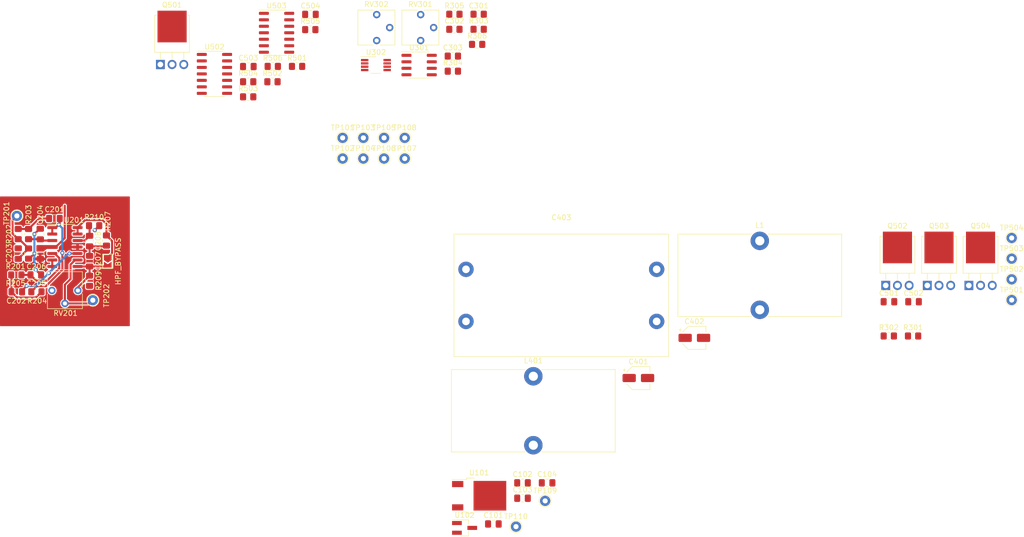
<source format=kicad_pcb>
(kicad_pcb (version 20171130) (host pcbnew 5.1.10)
  (layers (0 F.Cu signal) (31 B.Cu signal) (34 B.Paste user) (35 F.Paste user) (36 B.SilkS user) (37 F.SilkS user) (38 B.Mask user) (39 F.Mask user) (44 Edge.Cuts user))
  (net 0 "")
  (net 1 "Net-(C201-Pad2)")
  (net 2 /Input_Stage/A_OUT)
  (net 3 "Net-(C202-Pad2)")
  (net 4 /Input_Stage/B_OUT)
  (net 5 /Input_Stage/SIG_IN)
  (net 6 "Net-(C203-Pad1)")
  (net 7 "Net-(C204-Pad2)")
  (net 8 +2V5)
  (net 9 "Net-(C205-Pad2)")
  (net 10 GNDS)
  (net 11 +5V)
  (net 12 /Input_Stage/C_OUT)
  (net 13 "Net-(C207-Pad1)")
  (net 14 "Net-(C208-Pad1)")
  (net 15 GND)
  (net 16 VDD)
  (net 17 +12V)
  (net 18 /Power_Stage/P_OUT)
  (net 19 /Power_Stage/~P_OUT)
  (net 20 /S-PWM_Gen/sig_triangle)
  (net 21 /Input_Stage/FILT_OUT)
  (net 22 "Net-(R303-Pad2)")
  (net 23 "Net-(R304-Pad2)")
  (net 24 "Net-(R501-Pad2)")
  (net 25 "Net-(R504-Pad2)")
  (net 26 /Power_Stage/S-PWM)
  (net 27 /Power_Stage/~S-PWM)
  (net 28 "Net-(RV201-Pad1)")
  (net 29 "Net-(RV201-Pad2)")
  (net 30 "Net-(RV301-Pad3)")
  (net 31 "Net-(RV302-Pad3)")
  (net 32 /Output_Filter/SPEAKER_OUT)
  (net 33 /Output_Filter/~SPEAKER_OUT)
  (net 34 "Net-(C302-Pad2)")
  (net 35 "Net-(C503-Pad1)")
  (net 36 "Net-(C504-Pad1)")
  (net 37 "Net-(Q501-Pad1)")
  (net 38 "Net-(Q502-Pad1)")
  (net 39 "Net-(Q503-Pad1)")
  (net 40 "Net-(Q504-Pad1)")
  (net 41 /S-PWM_Gen/V_ref)
  (net 42 "Net-(R303-Pad1)")
  (net 43 "Net-(R502-Pad2)")
  (net 44 "Net-(R503-Pad2)")
  (net 45 "Net-(R505-Pad2)")
  (net 46 "Net-(R506-Pad2)")
  (net 47 "Net-(U502-Pad14)")
  (net 48 "Net-(U502-Pad10)")
  (net 49 "Net-(U502-Pad9)")
  (net 50 "Net-(U502-Pad8)")
  (net 51 "Net-(U503-Pad14)")
  (net 52 "Net-(U503-Pad10)")
  (net 53 "Net-(U503-Pad9)")
  (net 54 "Net-(U503-Pad8)")
  (module Potentiometer_THT:Potentiometer_Vishay_T73YP_Vertical (layer F.Cu) (at 86.36 132.715 270)
    (fp_text reference RV201 (at 4.445 -2.667 180) (layer F.SilkS))
    (fp_text value 20k)
    (pad 1 thru_hole circle (at 0 0 270) (size 1.44 1.44) (drill 0.8) (layers *.Cu *.Mask) (net 28 "Net-(RV201-Pad1)"))
    (pad 2 thru_hole circle (at 2.54 -2.54 270) (size 1.44 1.44) (drill 0.8) (layers *.Cu *.Mask) (net 29 "Net-(RV201-Pad2)"))
    (pad 3 thru_hole circle (at 0 -5.08 270) (size 1.44 1.44) (drill 0.8) (layers *.Cu *.Mask) (net 12 /Input_Stage/C_OUT))
  )
  (module Package_SO:VSSOP-8_3.0x3.0mm_P0.65mm (layer F.Cu) (at 149.744 88.572)
    (fp_text reference U302 (at 0 -2.5) (layer F.SilkS))
    (fp_text value LMV393)
    (pad 8 smd rect (at 2.2 -0.975 270) (size 0.45 1.45) (layers F.Cu F.Paste F.Mask) (net 11 +5V))
    (pad 7 smd rect (at 2.2 -0.325 270) (size 0.45 1.45) (layers F.Cu F.Paste F.Mask) (net 27 /Power_Stage/~S-PWM))
    (pad 6 smd rect (at 2.2 0.325 270) (size 0.45 1.45) (layers F.Cu F.Paste F.Mask) (net 20 /S-PWM_Gen/sig_triangle))
    (pad 5 smd rect (at 2.2 0.975 270) (size 0.45 1.45) (layers F.Cu F.Paste F.Mask) (net 21 /Input_Stage/FILT_OUT))
    (pad 4 smd rect (at -2.2 0.975 270) (size 0.45 1.45) (layers F.Cu F.Paste F.Mask) (net 10 GNDS))
    (pad 3 smd rect (at -2.2 0.325 270) (size 0.45 1.45) (layers F.Cu F.Paste F.Mask) (net 20 /S-PWM_Gen/sig_triangle))
    (pad 2 smd rect (at -2.2 -0.325 270) (size 0.45 1.45) (layers F.Cu F.Paste F.Mask) (net 21 /Input_Stage/FILT_OUT))
    (pad 1 smd rect (at -2.2 -0.975 270) (size 0.45 1.45) (layers F.Cu F.Paste F.Mask) (net 26 /Power_Stage/S-PWM))
  )
  (module Package_TO_SOT_SMD:SOT-23_Handsoldering (layer F.Cu) (at 167.09 179.205)
    (fp_text reference U102 (at 0 -2.5) (layer F.SilkS))
    (fp_text value MCP1799T-5002H_TT)
    (pad 3 smd rect (at 1.5 0) (size 1.9 0.8) (layers F.Cu F.Paste F.Mask) (net 17 +12V))
    (pad 2 smd rect (at -1.5 0.95) (size 1.9 0.8) (layers F.Cu F.Paste F.Mask) (net 11 +5V))
    (pad 1 smd rect (at -1.5 -0.95) (size 1.9 0.8) (layers F.Cu F.Paste F.Mask) (net 15 GND))
  )
  (module Package_TO_SOT_SMD:TO-252-2 (layer F.Cu) (at 169.94 172.905)
    (fp_text reference U101 (at 0 -4.5) (layer F.SilkS))
    (fp_text value NCP1117-12_TO252)
    (pad 2 smd rect (at 2.1 0) (size 6.4 5.8) (layers F.Cu F.Mask) (net 17 +12V))
    (pad 3 smd rect (at -4.2 2.28) (size 2.2 1.2) (layers F.Cu F.Paste F.Mask) (net 16 VDD))
    (pad 1 smd rect (at -4.2 -2.28) (size 2.2 1.2) (layers F.Cu F.Paste F.Mask) (net 15 GND))
  )
  (module TestPoint:TestPoint_THTPad_D2.0mm_Drill1.0mm (layer F.Cu) (at 274.12 122.435)
    (fp_text reference TP504 (at 0 -1.998) (layer F.SilkS))
    (fp_text value ~LO)
    (pad 1 thru_hole circle (at 0 0) (size 2 2) (drill 1) (layers *.Cu *.Mask) (net 45 "Net-(R505-Pad2)"))
  )
  (module TestPoint:TestPoint_THTPad_D2.0mm_Drill1.0mm (layer F.Cu) (at 274.12 126.485)
    (fp_text reference TP503 (at 0 -1.998) (layer F.SilkS))
    (fp_text value ~HO)
    (pad 1 thru_hole circle (at 0 0) (size 2 2) (drill 1) (layers *.Cu *.Mask) (net 25 "Net-(R504-Pad2)"))
  )
  (module TestPoint:TestPoint_THTPad_D2.0mm_Drill1.0mm (layer F.Cu) (at 274.12 130.535)
    (fp_text reference TP502 (at 0 -1.998) (layer F.SilkS))
    (fp_text value LO)
    (pad 1 thru_hole circle (at 0 0) (size 2 2) (drill 1) (layers *.Cu *.Mask) (net 44 "Net-(R503-Pad2)"))
  )
  (module TestPoint:TestPoint_THTPad_D2.0mm_Drill1.0mm (layer F.Cu) (at 274.12 134.585)
    (fp_text reference TP501 (at 0 -1.998) (layer F.SilkS))
    (fp_text value HO)
    (pad 1 thru_hole circle (at 0 0) (size 2 2) (drill 1) (layers *.Cu *.Mask) (net 43 "Net-(R502-Pad2)"))
  )
  (module TestPoint:TestPoint_THTPad_D2.0mm_Drill1.0mm (layer F.Cu) (at 177.15 178.955)
    (fp_text reference TP110 (at 0 -1.998) (layer F.SilkS))
    (fp_text value "Signal GND")
    (pad 1 thru_hole circle (at 0 0) (size 2 2) (drill 1) (layers *.Cu *.Mask) (net 10 GNDS))
  )
  (module TestPoint:TestPoint_THTPad_D2.0mm_Drill1.0mm (layer F.Cu) (at 182.85 173.915)
    (fp_text reference TP109 (at 0 -1.998) (layer F.SilkS))
    (fp_text value "Power GND")
    (pad 1 thru_hole circle (at 0 0) (size 2 2) (drill 1) (layers *.Cu *.Mask) (net 15 GND))
  )
  (module Resistor_SMD:R_0805_2012Metric_Pad1.20x1.40mm_HandSolder (layer F.Cu) (at 250.08 141.625)
    (fp_text reference R302 (at 0 -1.65) (layer F.SilkS))
    (fp_text value 10K)
    (pad 2 smd roundrect (at 1 0) (size 1.2 1.4) (layers F.Cu F.Paste F.Mask) (roundrect_rratio 0.208333) (net 41 /S-PWM_Gen/V_ref))
    (pad 1 smd roundrect (at -1 0) (size 1.2 1.4) (layers F.Cu F.Paste F.Mask) (roundrect_rratio 0.208333) (net 10 GNDS))
  )
  (module Resistor_SMD:R_0805_2012Metric_Pad1.20x1.40mm_HandSolder (layer F.Cu) (at 254.83 141.625)
    (fp_text reference R301 (at 0 -1.65) (layer F.SilkS))
    (fp_text value 10K)
    (pad 2 smd roundrect (at 1 0) (size 1.2 1.4) (layers F.Cu F.Paste F.Mask) (roundrect_rratio 0.208333) (net 11 +5V))
    (pad 1 smd roundrect (at -1 0) (size 1.2 1.4) (layers F.Cu F.Paste F.Mask) (roundrect_rratio 0.208333) (net 41 /S-PWM_Gen/V_ref))
  )
  (module Package_TO_SOT_THT:TO-251-3-1EP_Horizontal_TabDown (layer F.Cu) (at 265.74 131.725)
    (fp_text reference Q504 (at 2.29 -11.653333) (layer F.SilkS))
    (fp_text value PHP23NQ11T)
    (pad 3 thru_hole oval (at 4.58 0) (size 1.7175 1.8) (drill 1.1) (layers *.Cu *.Mask) (net 15 GND))
    (pad 2 thru_hole oval (at 2.29 0) (size 1.7175 1.8) (drill 1.1) (layers *.Cu *.Mask) (net 19 /Power_Stage/~P_OUT))
    (pad 1 thru_hole rect (at 0 0) (size 1.7175 1.8) (drill 1.1) (layers *.Cu *.Mask) (net 40 "Net-(Q504-Pad1)"))
    (pad 4 smd rect (at 2.29 -7.433333) (size 5.7 6.2) (layers F.Cu F.Paste F.Mask) (net 19 /Power_Stage/~P_OUT))
  )
  (module Package_TO_SOT_THT:TO-251-3-1EP_Horizontal_TabDown (layer F.Cu) (at 257.61 131.725)
    (fp_text reference Q503 (at 2.29 -11.653333) (layer F.SilkS))
    (fp_text value PHP23NQ11T)
    (pad 3 thru_hole oval (at 4.58 0) (size 1.7175 1.8) (drill 1.1) (layers *.Cu *.Mask) (net 19 /Power_Stage/~P_OUT))
    (pad 2 thru_hole oval (at 2.29 0) (size 1.7175 1.8) (drill 1.1) (layers *.Cu *.Mask) (net 16 VDD))
    (pad 1 thru_hole rect (at 0 0) (size 1.7175 1.8) (drill 1.1) (layers *.Cu *.Mask) (net 39 "Net-(Q503-Pad1)"))
    (pad 4 smd rect (at 2.29 -7.433333) (size 5.7 6.2) (layers F.Cu F.Paste F.Mask) (net 16 VDD))
  )
  (module Package_TO_SOT_THT:TO-251-3-1EP_Horizontal_TabDown (layer F.Cu) (at 249.48 131.725)
    (fp_text reference Q502 (at 2.29 -11.653333) (layer F.SilkS))
    (fp_text value PHP23NQ11T)
    (pad 3 thru_hole oval (at 4.58 0) (size 1.7175 1.8) (drill 1.1) (layers *.Cu *.Mask) (net 15 GND))
    (pad 2 thru_hole oval (at 2.29 0) (size 1.7175 1.8) (drill 1.1) (layers *.Cu *.Mask) (net 18 /Power_Stage/P_OUT))
    (pad 1 thru_hole rect (at 0 0) (size 1.7175 1.8) (drill 1.1) (layers *.Cu *.Mask) (net 38 "Net-(Q502-Pad1)"))
    (pad 4 smd rect (at 2.29 -7.433333) (size 5.7 6.2) (layers F.Cu F.Paste F.Mask) (net 18 /Power_Stage/P_OUT))
  )
  (module Inductor_THT:L_Toroid_Vertical_L31.8mm_W15.9mm_P13.50mm_Bourns_5700 (layer F.Cu) (at 180.54 149.515)
    (fp_text reference L401 (at 0 -3.05) (layer F.SilkS))
    (fp_text value 270u)
    (pad 2 thru_hole circle (at 0 13.5) (size 3.6 3.6) (drill 1.8) (layers *.Cu *.Mask) (net 32 /Output_Filter/SPEAKER_OUT))
    (pad 1 thru_hole circle (at 0 0) (size 3.6 3.6) (drill 1.8) (layers *.Cu *.Mask) (net 18 /Power_Stage/P_OUT))
  )
  (module Inductor_THT:L_Toroid_Vertical_L31.8mm_W15.9mm_P13.50mm_Bourns_5700 (layer F.Cu) (at 224.84 122.995)
    (fp_text reference L1 (at 0 -3.05) (layer F.SilkS))
    (fp_text value 270u)
    (pad 2 thru_hole circle (at 0 13.5) (size 3.6 3.6) (drill 1.8) (layers *.Cu *.Mask) (net 33 /Output_Filter/~SPEAKER_OUT))
    (pad 1 thru_hole circle (at 0 0) (size 3.6 3.6) (drill 1.8) (layers *.Cu *.Mask) (net 19 /Power_Stage/~P_OUT))
  )
  (module Jumper:SolderJumper-2_P1.3mm_Open_TrianglePad1.0x1.5mm (layer F.Cu) (at 97.282 127 270)
    (fp_text reference JP1 hide)
    (fp_text value HPF_BYPASS (at 0 -2.032 90) (layer F.SilkS))
    (pad 1 smd custom (at -0.725 0 270) (size 0.3 0.3) (layers F.Cu F.Mask) (net 21 /Input_Stage/FILT_OUT) (options (clearance outline) (anchor rect)) (primitives (gr_poly (pts (xy -0.5 -0.75) (xy 0.5 -0.75) (xy 1 0) (xy 0.5 0.75) (xy -0.5 0.75)) (width 0))))
    (pad 2 smd custom (at 0.725 0 270) (size 0.3 0.3) (layers F.Cu F.Mask) (net 12 /Input_Stage/C_OUT) (options (clearance outline) (anchor rect)) (primitives (gr_poly (pts (xy -0.65 -0.75) (xy 0.5 -0.75) (xy 0.5 0.75) (xy -0.65 0.75) (xy -0.15 0)) (width 0))))
  )
  (module Capacitor_SMD:C_0805_2012Metric_Pad1.18x1.45mm_HandSolder (layer F.Cu) (at 254.92 134.915)
    (fp_text reference C502 (at 0 -1.68) (layer F.SilkS))
    (fp_text value "10u 16V")
    (pad 2 smd roundrect (at 1.0375 0) (size 1.175 1.45) (layers F.Cu F.Paste F.Mask) (roundrect_rratio 0.212766) (net 15 GND))
    (pad 1 smd roundrect (at -1.0375 0) (size 1.175 1.45) (layers F.Cu F.Paste F.Mask) (roundrect_rratio 0.212766) (net 17 +12V))
  )
  (module Capacitor_SMD:C_0805_2012Metric_Pad1.18x1.45mm_HandSolder (layer F.Cu) (at 250.11 134.915)
    (fp_text reference C501 (at 0 -1.68) (layer F.SilkS))
    (fp_text value "10u 16V")
    (pad 2 smd roundrect (at 1.0375 0) (size 1.175 1.45) (layers F.Cu F.Paste F.Mask) (roundrect_rratio 0.212766) (net 15 GND))
    (pad 1 smd roundrect (at -1.0375 0) (size 1.175 1.45) (layers F.Cu F.Paste F.Mask) (roundrect_rratio 0.212766) (net 17 +12V))
  )
  (module C4AQLLW5160A33K:C4AQLLW5160A33K_film_capacitor (layer F.Cu) (at 186.015 133.67)
    (fp_text reference C403 (at 0 -15.24) (layer F.SilkS))
    (fp_text value "16u 500V")
    (pad 2 thru_hole circle (at 18.65 5.1) (size 3 3) (drill 1.5) (layers *.Cu *.Mask) (net 33 /Output_Filter/~SPEAKER_OUT))
    (pad 2 thru_hole circle (at 18.65 -5.1) (size 3 3) (drill 1.5) (layers *.Cu *.Mask) (net 33 /Output_Filter/~SPEAKER_OUT))
    (pad 1 thru_hole circle (at -18.65 5.1) (size 3 3) (drill 1.5) (layers *.Cu *.Mask) (net 32 /Output_Filter/SPEAKER_OUT))
    (pad 1 thru_hole circle (at -18.65 -5.1) (size 3 3) (drill 1.5) (layers *.Cu *.Mask) (net 32 /Output_Filter/SPEAKER_OUT))
  )
  (module Capacitor_SMD:CP_Elec_4x5.4 (layer F.Cu) (at 212.04 141.995)
    (fp_text reference C402 (at 0 -3.2) (layer F.SilkS))
    (fp_text value "3.3u 50V")
    (pad 2 smd roundrect (at 1.8 0) (size 2.6 1.6) (layers F.Cu F.Paste F.Mask) (roundrect_rratio 0.15625) (net 33 /Output_Filter/~SPEAKER_OUT))
    (pad 1 smd roundrect (at -1.8 0) (size 2.6 1.6) (layers F.Cu F.Paste F.Mask) (roundrect_rratio 0.15625) (net 15 GND))
  )
  (module Capacitor_SMD:CP_Elec_4x5.4 (layer F.Cu) (at 201.09 149.855)
    (fp_text reference C401 (at 0 -3.2) (layer F.SilkS))
    (fp_text value "3.3u 50V")
    (pad 2 smd roundrect (at 1.8 0) (size 2.6 1.6) (layers F.Cu F.Paste F.Mask) (roundrect_rratio 0.15625) (net 15 GND))
    (pad 1 smd roundrect (at -1.8 0) (size 2.6 1.6) (layers F.Cu F.Paste F.Mask) (roundrect_rratio 0.15625) (net 32 /Output_Filter/SPEAKER_OUT))
  )
  (module Capacitor_SMD:C_0805_2012Metric_Pad1.18x1.45mm_HandSolder (layer F.Cu) (at 183.23 170.385)
    (fp_text reference C104 (at 0 -1.68) (layer F.SilkS))
    (fp_text value "1u 16V")
    (pad 2 smd roundrect (at 1.0375 0) (size 1.175 1.45) (layers F.Cu F.Paste F.Mask) (roundrect_rratio 0.212766) (net 15 GND))
    (pad 1 smd roundrect (at -1.0375 0) (size 1.175 1.45) (layers F.Cu F.Paste F.Mask) (roundrect_rratio 0.212766) (net 11 +5V))
  )
  (module Capacitor_SMD:C_0805_2012Metric_Pad1.18x1.45mm_HandSolder (layer F.Cu) (at 178.42 173.395)
    (fp_text reference C103 (at 0 -1.68) (layer F.SilkS))
    (fp_text value "1u 16V")
    (pad 2 smd roundrect (at 1.0375 0) (size 1.175 1.45) (layers F.Cu F.Paste F.Mask) (roundrect_rratio 0.212766) (net 15 GND))
    (pad 1 smd roundrect (at -1.0375 0) (size 1.175 1.45) (layers F.Cu F.Paste F.Mask) (roundrect_rratio 0.212766) (net 17 +12V))
  )
  (module Capacitor_SMD:C_0805_2012Metric_Pad1.18x1.45mm_HandSolder (layer F.Cu) (at 178.42 170.385)
    (fp_text reference C102 (at 0 -1.68) (layer F.SilkS))
    (fp_text value "10u 16V")
    (pad 2 smd roundrect (at 1.0375 0) (size 1.175 1.45) (layers F.Cu F.Paste F.Mask) (roundrect_rratio 0.212766) (net 15 GND))
    (pad 1 smd roundrect (at -1.0375 0) (size 1.175 1.45) (layers F.Cu F.Paste F.Mask) (roundrect_rratio 0.212766) (net 17 +12V))
  )
  (module Capacitor_SMD:C_0805_2012Metric_Pad1.18x1.45mm_HandSolder (layer F.Cu) (at 172.72 178.435)
    (fp_text reference C101 (at 0 -1.68) (layer F.SilkS))
    (fp_text value "10u 16V")
    (pad 2 smd roundrect (at 1.0375 0) (size 1.175 1.45) (layers F.Cu F.Paste F.Mask) (roundrect_rratio 0.212766) (net 15 GND))
    (pad 1 smd roundrect (at -1.0375 0) (size 1.175 1.45) (layers F.Cu F.Paste F.Mask) (roundrect_rratio 0.212766) (net 16 VDD))
  )
  (module Resistor_SMD:R_0805_2012Metric_Pad1.20x1.40mm_HandSolder (layer F.Cu) (at 81.788 125.492 90)
    (fp_text reference R201 (at -2.524 -2.54 180) (layer F.SilkS))
    (fp_text value 100k)
    (pad 2 smd roundrect (at 1 0 90) (size 1.2 1.4) (layers F.Cu F.Paste F.Mask) (roundrect_rratio 0.208333) (net 6 "Net-(C203-Pad1)"))
    (pad 1 smd roundrect (at -1 0 90) (size 1.2 1.4) (layers F.Cu F.Paste F.Mask) (roundrect_rratio 0.208333) (net 8 +2V5))
  )
  (module Package_SO:SOIC-8_3.9x4.9mm_P1.27mm (layer F.Cu) (at 158.194 88.572)
    (fp_text reference U301 (at 0 -3.4) (layer F.SilkS))
    (fp_text value TL972)
    (pad 8 smd roundrect (at 2.475 -1.905) (size 1.95 0.6) (layers F.Cu F.Paste F.Mask) (net 11 +5V))
    (pad 7 smd roundrect (at 2.475 -0.635) (size 1.95 0.6) (layers F.Cu F.Paste F.Mask) (net 20 /S-PWM_Gen/sig_triangle))
    (pad 6 smd roundrect (at 2.475 0.635) (size 1.95 0.6) (layers F.Cu F.Paste F.Mask) (net 34 "Net-(C302-Pad2)"))
    (pad 5 smd roundrect (at 2.475 1.905) (size 1.95 0.6) (layers F.Cu F.Paste F.Mask) (net 41 /S-PWM_Gen/V_ref))
    (pad 4 smd roundrect (at -2.475 1.905) (size 1.95 0.6) (layers F.Cu F.Paste F.Mask) (net 10 GNDS))
    (pad 3 smd roundrect (at -2.475 0.635) (size 1.95 0.6) (layers F.Cu F.Paste F.Mask) (net 22 "Net-(R303-Pad2)"))
    (pad 2 smd roundrect (at -2.475 -0.635) (size 1.95 0.6) (layers F.Cu F.Paste F.Mask) (net 41 /S-PWM_Gen/V_ref))
    (pad 1 smd roundrect (at -2.475 -1.905) (size 1.95 0.6) (layers F.Cu F.Paste F.Mask) (net 42 "Net-(R303-Pad1)"))
  )
  (module Package_SO:SOIC-14_3.9x8.7mm_P1.27mm (layer F.Cu) (at 130.304 82.252)
    (fp_text reference U503 (at 0 -5.28) (layer F.SilkS))
    (fp_text value IR21834)
    (pad 14 smd roundrect (at 2.475 -3.81) (size 1.95 0.6) (layers F.Cu F.Paste F.Mask) (net 51 "Net-(U503-Pad14)"))
    (pad 13 smd roundrect (at 2.475 -2.54) (size 1.95 0.6) (layers F.Cu F.Paste F.Mask) (net 36 "Net-(C504-Pad1)"))
    (pad 12 smd roundrect (at 2.475 -1.27) (size 1.95 0.6) (layers F.Cu F.Paste F.Mask) (net 25 "Net-(R504-Pad2)"))
    (pad 11 smd roundrect (at 2.475 0) (size 1.95 0.6) (layers F.Cu F.Paste F.Mask) (net 19 /Power_Stage/~P_OUT))
    (pad 10 smd roundrect (at 2.475 1.27) (size 1.95 0.6) (layers F.Cu F.Paste F.Mask) (net 52 "Net-(U503-Pad10)"))
    (pad 9 smd roundrect (at 2.475 2.54) (size 1.95 0.6) (layers F.Cu F.Paste F.Mask) (net 53 "Net-(U503-Pad9)"))
    (pad 8 smd roundrect (at 2.475 3.81) (size 1.95 0.6) (layers F.Cu F.Paste F.Mask) (net 54 "Net-(U503-Pad8)"))
    (pad 7 smd roundrect (at -2.475 3.81) (size 1.95 0.6) (layers F.Cu F.Paste F.Mask) (net 17 +12V))
    (pad 6 smd roundrect (at -2.475 2.54) (size 1.95 0.6) (layers F.Cu F.Paste F.Mask) (net 45 "Net-(R505-Pad2)"))
    (pad 5 smd roundrect (at -2.475 1.27) (size 1.95 0.6) (layers F.Cu F.Paste F.Mask) (net 15 GND))
    (pad 4 smd roundrect (at -2.475 0) (size 1.95 0.6) (layers F.Cu F.Paste F.Mask) (net 46 "Net-(R506-Pad2)"))
    (pad 3 smd roundrect (at -2.475 -1.27) (size 1.95 0.6) (layers F.Cu F.Paste F.Mask) (net 15 GND))
    (pad 2 smd roundrect (at -2.475 -2.54) (size 1.95 0.6) (layers F.Cu F.Paste F.Mask) (net 27 /Power_Stage/~S-PWM))
    (pad 1 smd roundrect (at -2.475 -3.81) (size 1.95 0.6) (layers F.Cu F.Paste F.Mask) (net 27 /Power_Stage/~S-PWM))
  )
  (module Package_SO:SOIC-14_3.9x8.7mm_P1.27mm (layer F.Cu) (at 118.154 90.302)
    (fp_text reference U502 (at 0 -5.28) (layer F.SilkS))
    (fp_text value IR21834)
    (pad 14 smd roundrect (at 2.475 -3.81) (size 1.95 0.6) (layers F.Cu F.Paste F.Mask) (net 47 "Net-(U502-Pad14)"))
    (pad 13 smd roundrect (at 2.475 -2.54) (size 1.95 0.6) (layers F.Cu F.Paste F.Mask) (net 35 "Net-(C503-Pad1)"))
    (pad 12 smd roundrect (at 2.475 -1.27) (size 1.95 0.6) (layers F.Cu F.Paste F.Mask) (net 43 "Net-(R502-Pad2)"))
    (pad 11 smd roundrect (at 2.475 0) (size 1.95 0.6) (layers F.Cu F.Paste F.Mask) (net 18 /Power_Stage/P_OUT))
    (pad 10 smd roundrect (at 2.475 1.27) (size 1.95 0.6) (layers F.Cu F.Paste F.Mask) (net 48 "Net-(U502-Pad10)"))
    (pad 9 smd roundrect (at 2.475 2.54) (size 1.95 0.6) (layers F.Cu F.Paste F.Mask) (net 49 "Net-(U502-Pad9)"))
    (pad 8 smd roundrect (at 2.475 3.81) (size 1.95 0.6) (layers F.Cu F.Paste F.Mask) (net 50 "Net-(U502-Pad8)"))
    (pad 7 smd roundrect (at -2.475 3.81) (size 1.95 0.6) (layers F.Cu F.Paste F.Mask) (net 17 +12V))
    (pad 6 smd roundrect (at -2.475 2.54) (size 1.95 0.6) (layers F.Cu F.Paste F.Mask) (net 44 "Net-(R503-Pad2)"))
    (pad 5 smd roundrect (at -2.475 1.27) (size 1.95 0.6) (layers F.Cu F.Paste F.Mask) (net 15 GND))
    (pad 4 smd roundrect (at -2.475 0) (size 1.95 0.6) (layers F.Cu F.Paste F.Mask) (net 24 "Net-(R501-Pad2)"))
    (pad 3 smd roundrect (at -2.475 -1.27) (size 1.95 0.6) (layers F.Cu F.Paste F.Mask) (net 15 GND))
    (pad 2 smd roundrect (at -2.475 -2.54) (size 1.95 0.6) (layers F.Cu F.Paste F.Mask) (net 26 /Power_Stage/S-PWM))
    (pad 1 smd roundrect (at -2.475 -3.81) (size 1.95 0.6) (layers F.Cu F.Paste F.Mask) (net 26 /Power_Stage/S-PWM))
  )
  (module Package_SO:SOIC-14_3.9x8.7mm_P1.27mm (layer F.Cu) (at 88.9 124.206)
    (fp_text reference U201 (at 1.778 -5.28) (layer F.SilkS))
    (fp_text value LM324)
    (pad 14 smd roundrect (at 2.475 -3.81) (size 1.95 0.6) (layers F.Cu F.Paste F.Mask) (net 21 /Input_Stage/FILT_OUT))
    (pad 13 smd roundrect (at 2.475 -2.54) (size 1.95 0.6) (layers F.Cu F.Paste F.Mask) (net 21 /Input_Stage/FILT_OUT))
    (pad 12 smd roundrect (at 2.475 -1.27) (size 1.95 0.6) (layers F.Cu F.Paste F.Mask) (net 14 "Net-(C208-Pad1)"))
    (pad 11 smd roundrect (at 2.475 0) (size 1.95 0.6) (layers F.Cu F.Paste F.Mask) (net 10 GNDS))
    (pad 10 smd roundrect (at 2.475 1.27) (size 1.95 0.6) (layers F.Cu F.Paste F.Mask) (net 4 /Input_Stage/B_OUT))
    (pad 9 smd roundrect (at 2.475 2.54) (size 1.95 0.6) (layers F.Cu F.Paste F.Mask) (net 29 "Net-(RV201-Pad2)"))
    (pad 8 smd roundrect (at 2.475 3.81) (size 1.95 0.6) (layers F.Cu F.Paste F.Mask) (net 12 /Input_Stage/C_OUT))
    (pad 7 smd roundrect (at -2.475 3.81) (size 1.95 0.6) (layers F.Cu F.Paste F.Mask) (net 4 /Input_Stage/B_OUT))
    (pad 6 smd roundrect (at -2.475 2.54) (size 1.95 0.6) (layers F.Cu F.Paste F.Mask) (net 4 /Input_Stage/B_OUT))
    (pad 5 smd roundrect (at -2.475 1.27) (size 1.95 0.6) (layers F.Cu F.Paste F.Mask) (net 9 "Net-(C205-Pad2)"))
    (pad 4 smd roundrect (at -2.475 0) (size 1.95 0.6) (layers F.Cu F.Paste F.Mask) (net 11 +5V))
    (pad 3 smd roundrect (at -2.475 -1.27) (size 1.95 0.6) (layers F.Cu F.Paste F.Mask) (net 7 "Net-(C204-Pad2)"))
    (pad 2 smd roundrect (at -2.475 -2.54) (size 1.95 0.6) (layers F.Cu F.Paste F.Mask) (net 2 /Input_Stage/A_OUT))
    (pad 1 smd roundrect (at -2.475 -3.81) (size 1.95 0.6) (layers F.Cu F.Paste F.Mask) (net 2 /Input_Stage/A_OUT))
  )
  (module TestPoint:TestPoint_THTPad_D2.0mm_Drill1.0mm (layer F.Cu) (at 94.361 134.62 270)
    (fp_text reference TP202 (at -0.889 -2.667 90) (layer F.SilkS))
    (fp_text value Gain_Stage)
    (pad 1 thru_hole circle (at 0 0 270) (size 2 2) (drill 1) (layers *.Cu *.Mask) (net 29 "Net-(RV201-Pad2)"))
  )
  (module TestPoint:TestPoint_THTPad_D2.0mm_Drill1.0mm (layer F.Cu) (at 79.502 118.11 90)
    (fp_text reference TP201 (at 0.508 -2.032 90) (layer F.SilkS))
    (fp_text value DC_Offset)
    (pad 1 thru_hole circle (at 0 0 90) (size 2 2) (drill 1) (layers *.Cu *.Mask) (net 6 "Net-(C203-Pad1)"))
  )
  (module TestPoint:TestPoint_THTPad_D2.0mm_Drill1.0mm (layer F.Cu) (at 155.384 102.832)
    (fp_text reference TP108 (at 0 -1.998) (layer F.SilkS))
    (fp_text value ~Speaker_Out)
    (pad 1 thru_hole circle (at 0 0) (size 2 2) (drill 1) (layers *.Cu *.Mask) (net 33 /Output_Filter/~SPEAKER_OUT))
  )
  (module TestPoint:TestPoint_THTPad_D2.0mm_Drill1.0mm (layer F.Cu) (at 155.384 106.882)
    (fp_text reference TP107 (at 0 -1.998) (layer F.SilkS))
    (fp_text value Speaker_Out)
    (pad 1 thru_hole circle (at 0 0) (size 2 2) (drill 1) (layers *.Cu *.Mask) (net 32 /Output_Filter/SPEAKER_OUT))
  )
  (module TestPoint:TestPoint_THTPad_D2.0mm_Drill1.0mm (layer F.Cu) (at 151.334 106.882)
    (fp_text reference TP106 (at 0 -1.998) (layer F.SilkS))
    (fp_text value ~P_Out)
    (pad 1 thru_hole circle (at 0 0) (size 2 2) (drill 1) (layers *.Cu *.Mask) (net 19 /Power_Stage/~P_OUT))
  )
  (module TestPoint:TestPoint_THTPad_D2.0mm_Drill1.0mm (layer F.Cu) (at 151.334 102.832)
    (fp_text reference TP105 (at 0 -1.998) (layer F.SilkS))
    (fp_text value P_Out)
    (pad 1 thru_hole circle (at 0 0) (size 2 2) (drill 1) (layers *.Cu *.Mask) (net 18 /Power_Stage/P_OUT))
  )
  (module TestPoint:TestPoint_THTPad_D2.0mm_Drill1.0mm (layer F.Cu) (at 147.284 106.882)
    (fp_text reference TP104 (at 0 -1.998) (layer F.SilkS))
    (fp_text value ~S-PWM)
    (pad 1 thru_hole circle (at 0 0) (size 2 2) (drill 1) (layers *.Cu *.Mask) (net 27 /Power_Stage/~S-PWM))
  )
  (module TestPoint:TestPoint_THTPad_D2.0mm_Drill1.0mm (layer F.Cu) (at 147.284 102.832)
    (fp_text reference TP103 (at 0 -1.998) (layer F.SilkS))
    (fp_text value S-PWM)
    (pad 1 thru_hole circle (at 0 0) (size 2 2) (drill 1) (layers *.Cu *.Mask) (net 26 /Power_Stage/S-PWM))
  )
  (module TestPoint:TestPoint_THTPad_D2.0mm_Drill1.0mm (layer F.Cu) (at 143.234 106.882)
    (fp_text reference TP102 (at 0 -1.998) (layer F.SilkS))
    (fp_text value "Input Filter")
    (pad 1 thru_hole circle (at 0 0) (size 2 2) (drill 1) (layers *.Cu *.Mask) (net 21 /Input_Stage/FILT_OUT))
  )
  (module TestPoint:TestPoint_THTPad_D2.0mm_Drill1.0mm (layer F.Cu) (at 143.234 102.832)
    (fp_text reference TP101 (at 0 -1.998) (layer F.SilkS))
    (fp_text value "Audio In")
    (pad 1 thru_hole circle (at 0 0) (size 2 2) (drill 1) (layers *.Cu *.Mask) (net 5 /Input_Stage/SIG_IN))
  )
  (module Potentiometer_THT:Potentiometer_Vishay_T73YP_Vertical (layer F.Cu) (at 149.894 83.772)
    (fp_text reference RV302 (at -0.06 -7.09) (layer F.SilkS))
    (fp_text value 1k)
    (pad 1 thru_hole circle (at 0 0) (size 1.44 1.44) (drill 0.8) (layers *.Cu *.Mask) (net 34 "Net-(C302-Pad2)"))
    (pad 2 thru_hole circle (at 2.54 -2.54) (size 1.44 1.44) (drill 0.8) (layers *.Cu *.Mask) (net 42 "Net-(R303-Pad1)"))
    (pad 3 thru_hole circle (at 0 -5.08) (size 1.44 1.44) (drill 0.8) (layers *.Cu *.Mask) (net 31 "Net-(RV302-Pad3)"))
  )
  (module Potentiometer_THT:Potentiometer_Vishay_T73YP_Vertical (layer F.Cu) (at 158.494 83.772)
    (fp_text reference RV301 (at -0.06 -7.09) (layer F.SilkS))
    (fp_text value 5k)
    (pad 1 thru_hole circle (at 0 0) (size 1.44 1.44) (drill 0.8) (layers *.Cu *.Mask) (net 23 "Net-(R304-Pad2)"))
    (pad 2 thru_hole circle (at 2.54 -2.54) (size 1.44 1.44) (drill 0.8) (layers *.Cu *.Mask) (net 22 "Net-(R303-Pad2)"))
    (pad 3 thru_hole circle (at 0 -5.08) (size 1.44 1.44) (drill 0.8) (layers *.Cu *.Mask) (net 30 "Net-(RV301-Pad3)"))
  )
  (module Resistor_SMD:R_0805_2012Metric_Pad1.20x1.40mm_HandSolder (layer F.Cu) (at 169.544 84.522)
    (fp_text reference R306 (at 0 -1.65) (layer F.SilkS))
    (fp_text value 10k)
    (pad 2 smd roundrect (at 1 0) (size 1.2 1.4) (layers F.Cu F.Paste F.Mask) (roundrect_rratio 0.208333) (net 27 /Power_Stage/~S-PWM))
    (pad 1 smd roundrect (at -1 0) (size 1.2 1.4) (layers F.Cu F.Paste F.Mask) (roundrect_rratio 0.208333) (net 11 +5V))
  )
  (module Resistor_SMD:R_0805_2012Metric_Pad1.20x1.40mm_HandSolder (layer F.Cu) (at 165.094 78.622)
    (fp_text reference R305 (at 0 -1.65) (layer F.SilkS))
    (fp_text value 10k)
    (pad 2 smd roundrect (at 1 0) (size 1.2 1.4) (layers F.Cu F.Paste F.Mask) (roundrect_rratio 0.208333) (net 26 /Power_Stage/S-PWM))
    (pad 1 smd roundrect (at -1 0) (size 1.2 1.4) (layers F.Cu F.Paste F.Mask) (roundrect_rratio 0.208333) (net 11 +5V))
  )
  (module Resistor_SMD:R_0805_2012Metric_Pad1.20x1.40mm_HandSolder (layer F.Cu) (at 164.794 89.772)
    (fp_text reference R304 (at 0 -1.65) (layer F.SilkS))
    (fp_text value 6.8k)
    (pad 2 smd roundrect (at 1 0) (size 1.2 1.4) (layers F.Cu F.Paste F.Mask) (roundrect_rratio 0.208333) (net 23 "Net-(R304-Pad2)"))
    (pad 1 smd roundrect (at -1 0) (size 1.2 1.4) (layers F.Cu F.Paste F.Mask) (roundrect_rratio 0.208333) (net 20 /S-PWM_Gen/sig_triangle))
  )
  (module Resistor_SMD:R_0805_2012Metric_Pad1.20x1.40mm_HandSolder (layer F.Cu) (at 169.844 81.572)
    (fp_text reference R303 (at 0 -1.65) (layer F.SilkS))
    (fp_text value 10K)
    (pad 2 smd roundrect (at 1 0) (size 1.2 1.4) (layers F.Cu F.Paste F.Mask) (roundrect_rratio 0.208333) (net 22 "Net-(R303-Pad2)"))
    (pad 1 smd roundrect (at -1 0) (size 1.2 1.4) (layers F.Cu F.Paste F.Mask) (roundrect_rratio 0.208333) (net 42 "Net-(R303-Pad1)"))
  )
  (module Resistor_SMD:R_0805_2012Metric_Pad1.20x1.40mm_HandSolder (layer F.Cu) (at 129.564 88.832)
    (fp_text reference R506 (at 0 -1.65) (layer F.SilkS))
    (fp_text value 10k)
    (pad 2 smd roundrect (at 1 0) (size 1.2 1.4) (layers F.Cu F.Paste F.Mask) (roundrect_rratio 0.208333) (net 46 "Net-(R506-Pad2)"))
    (pad 1 smd roundrect (at -1 0) (size 1.2 1.4) (layers F.Cu F.Paste F.Mask) (roundrect_rratio 0.208333) (net 15 GND))
  )
  (module Resistor_SMD:R_0805_2012Metric_Pad1.20x1.40mm_HandSolder (layer F.Cu) (at 136.904 81.632)
    (fp_text reference R505 (at 0 -1.65) (layer F.SilkS))
    (fp_text value 10)
    (pad 2 smd roundrect (at 1 0) (size 1.2 1.4) (layers F.Cu F.Paste F.Mask) (roundrect_rratio 0.208333) (net 45 "Net-(R505-Pad2)"))
    (pad 1 smd roundrect (at -1 0) (size 1.2 1.4) (layers F.Cu F.Paste F.Mask) (roundrect_rratio 0.208333) (net 40 "Net-(Q504-Pad1)"))
  )
  (module Resistor_SMD:R_0805_2012Metric_Pad1.20x1.40mm_HandSolder (layer F.Cu) (at 124.754 91.842)
    (fp_text reference R504 (at 0 -1.65) (layer F.SilkS))
    (fp_text value 10)
    (pad 2 smd roundrect (at 1 0) (size 1.2 1.4) (layers F.Cu F.Paste F.Mask) (roundrect_rratio 0.208333) (net 25 "Net-(R504-Pad2)"))
    (pad 1 smd roundrect (at -1 0) (size 1.2 1.4) (layers F.Cu F.Paste F.Mask) (roundrect_rratio 0.208333) (net 39 "Net-(Q503-Pad1)"))
  )
  (module Resistor_SMD:R_0805_2012Metric_Pad1.20x1.40mm_HandSolder (layer F.Cu) (at 124.754 94.792)
    (fp_text reference R503 (at 0 -1.65) (layer F.SilkS))
    (fp_text value 10)
    (pad 2 smd roundrect (at 1 0) (size 1.2 1.4) (layers F.Cu F.Paste F.Mask) (roundrect_rratio 0.208333) (net 44 "Net-(R503-Pad2)"))
    (pad 1 smd roundrect (at -1 0) (size 1.2 1.4) (layers F.Cu F.Paste F.Mask) (roundrect_rratio 0.208333) (net 38 "Net-(Q502-Pad1)"))
  )
  (module Resistor_SMD:R_0805_2012Metric_Pad1.20x1.40mm_HandSolder (layer F.Cu) (at 129.504 91.842)
    (fp_text reference R502 (at 0 -1.65) (layer F.SilkS))
    (fp_text value 10)
    (pad 2 smd roundrect (at 1 0) (size 1.2 1.4) (layers F.Cu F.Paste F.Mask) (roundrect_rratio 0.208333) (net 43 "Net-(R502-Pad2)"))
    (pad 1 smd roundrect (at -1 0) (size 1.2 1.4) (layers F.Cu F.Paste F.Mask) (roundrect_rratio 0.208333) (net 37 "Net-(Q501-Pad1)"))
  )
  (module Resistor_SMD:R_0805_2012Metric_Pad1.20x1.40mm_HandSolder (layer F.Cu) (at 134.314 88.832)
    (fp_text reference R501 (at 0 -1.65) (layer F.SilkS))
    (fp_text value 10k)
    (pad 2 smd roundrect (at 1 0) (size 1.2 1.4) (layers F.Cu F.Paste F.Mask) (roundrect_rratio 0.208333) (net 24 "Net-(R501-Pad2)"))
    (pad 1 smd roundrect (at -1 0) (size 1.2 1.4) (layers F.Cu F.Paste F.Mask) (roundrect_rratio 0.208333) (net 15 GND))
  )
  (module Resistor_SMD:R_0805_2012Metric_Pad1.20x1.40mm_HandSolder (layer F.Cu) (at 94.615 120.015 180)
    (fp_text reference R210 (at 0 1.651) (layer F.SilkS))
    (fp_text value 15k)
    (pad 2 smd roundrect (at 1 0 180) (size 1.2 1.4) (layers F.Cu F.Paste F.Mask) (roundrect_rratio 0.208333) (net 14 "Net-(C208-Pad1)"))
    (pad 1 smd roundrect (at -1 0 180) (size 1.2 1.4) (layers F.Cu F.Paste F.Mask) (roundrect_rratio 0.208333) (net 8 +2V5))
  )
  (module Resistor_SMD:R_0805_2012Metric_Pad1.20x1.40mm_HandSolder (layer F.Cu) (at 93.726 130.81 270)
    (fp_text reference R209 (at 0 -1.778 90) (layer F.SilkS))
    (fp_text value 10k)
    (pad 2 smd roundrect (at 1 0 270) (size 1.2 1.4) (layers F.Cu F.Paste F.Mask) (roundrect_rratio 0.208333) (net 8 +2V5))
    (pad 1 smd roundrect (at -1 0 270) (size 1.2 1.4) (layers F.Cu F.Paste F.Mask) (roundrect_rratio 0.208333) (net 12 /Input_Stage/C_OUT))
  )
  (module Resistor_SMD:R_0805_2012Metric_Pad1.20x1.40mm_HandSolder (layer F.Cu) (at 97.028 122.936 270)
    (fp_text reference R207 (at -3.794 -0.254 90) (layer F.SilkS))
    (fp_text value 8.2k)
    (pad 2 smd roundrect (at 1 0 270) (size 1.2 1.4) (layers F.Cu F.Paste F.Mask) (roundrect_rratio 0.208333) (net 13 "Net-(C207-Pad1)"))
    (pad 1 smd roundrect (at -1 0 270) (size 1.2 1.4) (layers F.Cu F.Paste F.Mask) (roundrect_rratio 0.208333) (net 21 /Input_Stage/FILT_OUT))
  )
  (module Resistor_SMD:R_0805_2012Metric_Pad1.20x1.40mm_HandSolder (layer F.Cu) (at 79.391 129.667 180)
    (fp_text reference R205 (at 0.143 -1.65) (layer F.SilkS))
    (fp_text value 2.4k)
    (pad 2 smd roundrect (at 1 0 180) (size 1.2 1.4) (layers F.Cu F.Paste F.Mask) (roundrect_rratio 0.208333) (net 3 "Net-(C202-Pad2)"))
    (pad 1 smd roundrect (at -1 0 180) (size 1.2 1.4) (layers F.Cu F.Paste F.Mask) (roundrect_rratio 0.208333) (net 9 "Net-(C205-Pad2)"))
  )
  (module Resistor_SMD:R_0805_2012Metric_Pad1.20x1.40mm_HandSolder (layer F.Cu) (at 83.328 132.969 180)
    (fp_text reference R204 (at -0.143 -1.778) (layer F.SilkS))
    (fp_text value 1.5k)
    (pad 2 smd roundrect (at 1 0 180) (size 1.2 1.4) (layers F.Cu F.Paste F.Mask) (roundrect_rratio 0.208333) (net 2 /Input_Stage/A_OUT))
    (pad 1 smd roundrect (at -1 0 180) (size 1.2 1.4) (layers F.Cu F.Paste F.Mask) (roundrect_rratio 0.208333) (net 3 "Net-(C202-Pad2)"))
  )
  (module Resistor_SMD:R_0805_2012Metric_Pad1.20x1.40mm_HandSolder (layer F.Cu) (at 81.788 121.666 90)
    (fp_text reference R203 (at 3.794 0 90) (layer F.SilkS))
    (fp_text value 5.6k)
    (pad 2 smd roundrect (at 1 0 90) (size 1.2 1.4) (layers F.Cu F.Paste F.Mask) (roundrect_rratio 0.208333) (net 1 "Net-(C201-Pad2)"))
    (pad 1 smd roundrect (at -1 0 90) (size 1.2 1.4) (layers F.Cu F.Paste F.Mask) (roundrect_rratio 0.208333) (net 7 "Net-(C204-Pad2)"))
  )
  (module Resistor_SMD:R_0805_2012Metric_Pad1.20x1.40mm_HandSolder (layer F.Cu) (at 79.756 121.666 270)
    (fp_text reference R202 (at 0 1.778 90) (layer F.SilkS))
    (fp_text value 4.3k)
    (pad 2 smd roundrect (at 1 0 270) (size 1.2 1.4) (layers F.Cu F.Paste F.Mask) (roundrect_rratio 0.208333) (net 6 "Net-(C203-Pad1)"))
    (pad 1 smd roundrect (at -1 0 270) (size 1.2 1.4) (layers F.Cu F.Paste F.Mask) (roundrect_rratio 0.208333) (net 1 "Net-(C201-Pad2)"))
  )
  (module Package_TO_SOT_THT:TO-251-3-1EP_Horizontal_TabDown (layer F.Cu) (at 107.574 88.462)
    (fp_text reference Q501 (at 2.29 -11.653333) (layer F.SilkS))
    (fp_text value PHP23NQ11T)
    (pad 3 thru_hole oval (at 4.58 0) (size 1.7175 1.8) (drill 1.1) (layers *.Cu *.Mask) (net 18 /Power_Stage/P_OUT))
    (pad 2 thru_hole oval (at 2.29 0) (size 1.7175 1.8) (drill 1.1) (layers *.Cu *.Mask) (net 16 VDD))
    (pad 1 thru_hole rect (at 0 0) (size 1.7175 1.8) (drill 1.1) (layers *.Cu *.Mask) (net 37 "Net-(Q501-Pad1)"))
    (pad 4 smd rect (at 2.29 -7.433333) (size 5.7 6.2) (layers F.Cu F.Paste F.Mask) (net 16 VDD))
  )
  (module Resistor_SMD:R_0805_2012Metric_Pad1.20x1.40mm_HandSolder (layer F.Cu) (at 164.794 86.822)
    (fp_text reference C303 (at 0 -1.65) (layer F.SilkS))
    (fp_text value "100n 16V")
    (pad 2 smd roundrect (at 1 0) (size 1.2 1.4) (layers F.Cu F.Paste F.Mask) (roundrect_rratio 0.208333) (net 10 GNDS))
    (pad 1 smd roundrect (at -1 0) (size 1.2 1.4) (layers F.Cu F.Paste F.Mask) (roundrect_rratio 0.208333) (net 11 +5V))
  )
  (module Resistor_SMD:R_0805_2012Metric_Pad1.20x1.40mm_HandSolder (layer F.Cu) (at 165.094 81.572)
    (fp_text reference C302 (at 0 -1.65) (layer F.SilkS))
    (fp_text value "15n 16V")
    (pad 2 smd roundrect (at 1 0) (size 1.2 1.4) (layers F.Cu F.Paste F.Mask) (roundrect_rratio 0.208333) (net 34 "Net-(C302-Pad2)"))
    (pad 1 smd roundrect (at -1 0) (size 1.2 1.4) (layers F.Cu F.Paste F.Mask) (roundrect_rratio 0.208333) (net 20 /S-PWM_Gen/sig_triangle))
  )
  (module Resistor_SMD:R_0805_2012Metric_Pad1.20x1.40mm_HandSolder (layer F.Cu) (at 169.844 78.622)
    (fp_text reference C301 (at 0 -1.65) (layer F.SilkS))
    (fp_text value "100n 16V")
    (pad 2 smd roundrect (at 1 0) (size 1.2 1.4) (layers F.Cu F.Paste F.Mask) (roundrect_rratio 0.208333) (net 10 GNDS))
    (pad 1 smd roundrect (at -1 0) (size 1.2 1.4) (layers F.Cu F.Paste F.Mask) (roundrect_rratio 0.208333) (net 11 +5V))
  )
  (module Capacitor_SMD:C_0805_2012Metric_Pad1.18x1.45mm_HandSolder (layer F.Cu) (at 136.934 78.652)
    (fp_text reference C504 (at 0 -1.68) (layer F.SilkS))
    (fp_text value "0.47u 50V")
    (pad 2 smd roundrect (at 1.0375 0) (size 1.175 1.45) (layers F.Cu F.Paste F.Mask) (roundrect_rratio 0.212766) (net 19 /Power_Stage/~P_OUT))
    (pad 1 smd roundrect (at -1.0375 0) (size 1.175 1.45) (layers F.Cu F.Paste F.Mask) (roundrect_rratio 0.212766) (net 36 "Net-(C504-Pad1)"))
  )
  (module Capacitor_SMD:C_0805_2012Metric_Pad1.18x1.45mm_HandSolder (layer F.Cu) (at 124.784 88.862)
    (fp_text reference C503 (at 0 -1.68) (layer F.SilkS))
    (fp_text value "0.47u 50V")
    (pad 2 smd roundrect (at 1.0375 0) (size 1.175 1.45) (layers F.Cu F.Paste F.Mask) (roundrect_rratio 0.212766) (net 18 /Power_Stage/P_OUT))
    (pad 1 smd roundrect (at -1.0375 0) (size 1.175 1.45) (layers F.Cu F.Paste F.Mask) (roundrect_rratio 0.212766) (net 35 "Net-(C503-Pad1)"))
  )
  (module Capacitor_SMD:C_0805_2012Metric_Pad1.18x1.45mm_HandSolder (layer F.Cu) (at 93.726 123.0415 270)
    (fp_text reference C208 (at 0 -1.68 90) (layer F.SilkS))
    (fp_text value 1.2u)
    (pad 2 smd roundrect (at 1.0375 0 270) (size 1.175 1.45) (layers F.Cu F.Paste F.Mask) (roundrect_rratio 0.212766) (net 13 "Net-(C207-Pad1)"))
    (pad 1 smd roundrect (at -1.0375 0 270) (size 1.175 1.45) (layers F.Cu F.Paste F.Mask) (roundrect_rratio 0.212766) (net 14 "Net-(C208-Pad1)"))
  )
  (module Capacitor_SMD:C_0805_2012Metric_Pad1.18x1.45mm_HandSolder (layer F.Cu) (at 93.726 126.9785 270)
    (fp_text reference C207 (at 0 -1.68 90) (layer F.SilkS))
    (fp_text value 2.2u)
    (pad 2 smd roundrect (at 1.0375 0 270) (size 1.175 1.45) (layers F.Cu F.Paste F.Mask) (roundrect_rratio 0.212766) (net 12 /Input_Stage/C_OUT))
    (pad 1 smd roundrect (at -1.0375 0 270) (size 1.175 1.45) (layers F.Cu F.Paste F.Mask) (roundrect_rratio 0.212766) (net 13 "Net-(C207-Pad1)"))
  )
  (module Capacitor_SMD:C_0805_2012Metric_Pad1.18x1.45mm_HandSolder (layer F.Cu) (at 84.074 125.476 270)
    (fp_text reference C206 (at 2.54 0.762 180) (layer F.SilkS))
    (fp_text value 100n)
    (pad 2 smd roundrect (at 1.0375 0 270) (size 1.175 1.45) (layers F.Cu F.Paste F.Mask) (roundrect_rratio 0.212766) (net 10 GNDS))
    (pad 1 smd roundrect (at -1.0375 0 270) (size 1.175 1.45) (layers F.Cu F.Paste F.Mask) (roundrect_rratio 0.212766) (net 11 +5V))
  )
  (module Capacitor_SMD:C_0805_2012Metric_Pad1.18x1.45mm_HandSolder (layer F.Cu) (at 83.2065 129.667 180)
    (fp_text reference C205 (at -0.1055 -1.68) (layer F.SilkS))
    (fp_text value 100n)
    (pad 2 smd roundrect (at 1.0375 0 180) (size 1.175 1.45) (layers F.Cu F.Paste F.Mask) (roundrect_rratio 0.212766) (net 9 "Net-(C205-Pad2)"))
    (pad 1 smd roundrect (at -1.0375 0 180) (size 1.175 1.45) (layers F.Cu F.Paste F.Mask) (roundrect_rratio 0.212766) (net 8 +2V5))
  )
  (module Capacitor_SMD:C_0805_2012Metric_Pad1.18x1.45mm_HandSolder (layer F.Cu) (at 84.074 121.666 270)
    (fp_text reference C204 (at -3.7885 0 90) (layer F.SilkS))
    (fp_text value 100n)
    (pad 2 smd roundrect (at 1.0375 0 270) (size 1.175 1.45) (layers F.Cu F.Paste F.Mask) (roundrect_rratio 0.212766) (net 7 "Net-(C204-Pad2)"))
    (pad 1 smd roundrect (at -1.0375 0 270) (size 1.175 1.45) (layers F.Cu F.Paste F.Mask) (roundrect_rratio 0.212766) (net 8 +2V5))
  )
  (module Capacitor_SMD:C_0805_2012Metric_Pad1.18x1.45mm_HandSolder (layer F.Cu) (at 79.756 125.4975 90)
    (fp_text reference C203 (at 0.0215 -1.778 90) (layer F.SilkS))
    (fp_text value 100u)
    (pad 2 smd roundrect (at 1.0375 0 90) (size 1.175 1.45) (layers F.Cu F.Paste F.Mask) (roundrect_rratio 0.212766) (net 5 /Input_Stage/SIG_IN))
    (pad 1 smd roundrect (at -1.0375 0 90) (size 1.175 1.45) (layers F.Cu F.Paste F.Mask) (roundrect_rratio 0.212766) (net 6 "Net-(C203-Pad1)"))
  )
  (module Capacitor_SMD:C_0805_2012Metric_Pad1.18x1.45mm_HandSolder (layer F.Cu) (at 79.4805 132.969 180)
    (fp_text reference C202 (at 0.1055 -1.778) (layer F.SilkS))
    (fp_text value 750n)
    (pad 2 smd roundrect (at 1.0375 0 180) (size 1.175 1.45) (layers F.Cu F.Paste F.Mask) (roundrect_rratio 0.212766) (net 3 "Net-(C202-Pad2)"))
    (pad 1 smd roundrect (at -1.0375 0 180) (size 1.175 1.45) (layers F.Cu F.Paste F.Mask) (roundrect_rratio 0.212766) (net 4 /Input_Stage/B_OUT))
  )
  (module Capacitor_SMD:C_0805_2012Metric_Pad1.18x1.45mm_HandSolder (layer F.Cu) (at 86.8465 118.618 180)
    (fp_text reference C201 (at -0.0215 1.778) (layer F.SilkS))
    (fp_text value 120n)
    (pad 2 smd roundrect (at 1.0375 0 180) (size 1.175 1.45) (layers F.Cu F.Paste F.Mask) (roundrect_rratio 0.212766) (net 1 "Net-(C201-Pad2)"))
    (pad 1 smd roundrect (at -1.0375 0 180) (size 1.175 1.45) (layers F.Cu F.Paste F.Mask) (roundrect_rratio 0.212766) (net 2 /Input_Stage/A_OUT))
  )
  (segment (start 79.756 120.666) (end 81.788 120.666) (width 0.4) (layer F.Cu) (net 1))
  (segment (start 83.836 118.618) (end 85.809 118.618) (width 0.4) (layer F.Cu) (net 1))
  (segment (start 81.788 120.666) (end 83.836 118.618) (width 0.4) (layer F.Cu) (net 1))
  (segment (start 86.425 121.666) (end 86.425 120.396) (width 0.4) (layer F.Cu) (net 2))
  (segment (start 87.884 118.618) (end 87.884 119.634) (width 0.4) (layer F.Cu) (net 2))
  (segment (start 87.122 120.396) (end 86.425 120.396) (width 0.4) (layer F.Cu) (net 2))
  (segment (start 83.42801 131.86899) (end 82.328 132.969) (width 0.4) (layer F.Cu) (net 2))
  (segment (start 85.173386 131.86899) (end 83.42801 131.86899) (width 0.4) (layer F.Cu) (net 2))
  (segment (start 88.40002 128.642356) (end 85.173386 131.86899) (width 0.4) (layer F.Cu) (net 2))
  (segment (start 86.425 121.666) (end 87.122 121.666) (width 0.4) (layer F.Cu) (net 2))
  (segment (start 88.40002 128.642356) (end 88.40002 125.35702) (width 0.4) (layer F.Cu) (net 2))
  (via (at 87.6935 119.8245) (size 0.8) (drill 0.4) (layers F.Cu B.Cu) (net 2))
  (segment (start 88.392 120.523) (end 87.6935 119.8245) (width 0.4) (layer B.Cu) (net 2))
  (segment (start 87.6935 119.8245) (end 87.122 120.396) (width 0.4) (layer F.Cu) (net 2))
  (segment (start 87.884 119.634) (end 87.6935 119.8245) (width 0.4) (layer F.Cu) (net 2))
  (segment (start 88.40002 125.35702) (end 88.392 125.349) (width 0.4) (layer F.Cu) (net 2))
  (segment (start 88.392 125.349) (end 88.392 120.523) (width 0.4) (layer B.Cu) (net 2))
  (via (at 88.392 125.349) (size 0.8) (drill 0.4) (layers F.Cu B.Cu) (net 2))
  (segment (start 78.443 129.719) (end 78.391 129.667) (width 0.4) (layer F.Cu) (net 3))
  (segment (start 78.443 132.969) (end 78.443 129.719) (width 0.4) (layer F.Cu) (net 3))
  (segment (start 83.20299 134.09401) (end 84.328 132.969) (width 0.4) (layer F.Cu) (net 3))
  (segment (start 79.56801 134.09401) (end 83.20299 134.09401) (width 0.4) (layer F.Cu) (net 3))
  (segment (start 78.443 132.969) (end 79.56801 134.09401) (width 0.4) (layer F.Cu) (net 3))
  (segment (start 86.425 128.016) (end 86.425 126.746) (width 0.4) (layer F.Cu) (net 4))
  (via (at 81.407 131.826) (size 0.8) (drill 0.4) (layers F.Cu B.Cu) (net 4))
  (segment (start 80.518 132.715) (end 81.407 131.826) (width 0.4) (layer F.Cu) (net 4))
  (segment (start 80.518 132.969) (end 80.518 132.715) (width 0.4) (layer F.Cu) (net 4))
  (via (at 85.750731 129.311731) (size 0.8) (drill 0.4) (layers F.Cu B.Cu) (net 4))
  (segment (start 83.236462 131.826) (end 85.750731 129.311731) (width 0.4) (layer B.Cu) (net 4))
  (segment (start 81.407 131.826) (end 83.236462 131.826) (width 0.4) (layer B.Cu) (net 4))
  (segment (start 86.425 128.637462) (end 85.750731 129.311731) (width 0.4) (layer F.Cu) (net 4))
  (segment (start 86.425 128.016) (end 86.425 128.637462) (width 0.4) (layer F.Cu) (net 4))
  (via (at 89.789 125.476) (size 0.8) (drill 0.4) (layers F.Cu B.Cu) (net 4))
  (segment (start 89.586462 125.476) (end 89.789 125.476) (width 0.4) (layer B.Cu) (net 4))
  (segment (start 85.750731 129.311731) (end 89.586462 125.476) (width 0.4) (layer B.Cu) (net 4))
  (segment (start 89.789 125.476) (end 91.375 125.476) (width 0.4) (layer F.Cu) (net 4))
  (segment (start 79.962 122.666) (end 81.788 124.492) (width 0.4) (layer F.Cu) (net 6))
  (segment (start 79.756 122.666) (end 79.962 122.666) (width 0.4) (layer F.Cu) (net 6))
  (segment (start 79.756 126.524) (end 81.788 124.492) (width 0.4) (layer F.Cu) (net 6))
  (segment (start 79.756 126.535) (end 79.756 126.524) (width 0.4) (layer F.Cu) (net 6))
  (segment (start 78.65599 121.56599) (end 78.65599 118.95601) (width 0.4) (layer F.Cu) (net 6))
  (segment (start 78.65599 118.95601) (end 79.502 118.11) (width 0.4) (layer F.Cu) (net 6))
  (segment (start 79.756 122.666) (end 78.65599 121.56599) (width 0.4) (layer F.Cu) (net 6))
  (segment (start 84.3065 122.936) (end 84.074 122.7035) (width 0.4) (layer F.Cu) (net 7))
  (segment (start 86.425 122.936) (end 84.3065 122.936) (width 0.4) (layer F.Cu) (net 7))
  (segment (start 84.0365 122.666) (end 84.074 122.7035) (width 0.4) (layer F.Cu) (net 7))
  (segment (start 81.788 122.666) (end 84.0365 122.666) (width 0.4) (layer F.Cu) (net 7))
  (via (at 82.931 125.476) (size 0.8) (drill 0.4) (layers F.Cu B.Cu) (net 8))
  (segment (start 81.915 126.492) (end 82.931 125.476) (width 0.4) (layer F.Cu) (net 8))
  (segment (start 81.788 126.492) (end 81.915 126.492) (width 0.4) (layer F.Cu) (net 8))
  (via (at 82.931 121.666) (size 0.8) (drill 0.4) (layers F.Cu B.Cu) (net 8))
  (segment (start 83.9685 120.6285) (end 82.931 121.666) (width 0.4) (layer F.Cu) (net 8))
  (segment (start 84.074 120.6285) (end 83.9685 120.6285) (width 0.4) (layer F.Cu) (net 8))
  (segment (start 82.931 121.666) (end 82.931 125.476) (width 0.4) (layer B.Cu) (net 8))
  (via (at 83.185 128.651) (size 0.8) (drill 0.4) (layers F.Cu B.Cu) (net 8))
  (segment (start 84.201 129.667) (end 83.185 128.651) (width 0.4) (layer F.Cu) (net 8))
  (segment (start 84.244 129.667) (end 84.201 129.667) (width 0.4) (layer F.Cu) (net 8))
  (segment (start 82.931 128.397) (end 83.185 128.651) (width 0.4) (layer B.Cu) (net 8))
  (segment (start 82.931 125.476) (end 82.931 128.397) (width 0.4) (layer B.Cu) (net 8))
  (via (at 94.742 120.904) (size 0.8) (drill 0.4) (layers F.Cu B.Cu) (net 8))
  (segment (start 95.615 120.031) (end 94.615 121.031) (width 0.4) (layer F.Cu) (net 8))
  (segment (start 95.615 120.015) (end 95.615 120.031) (width 0.4) (layer F.Cu) (net 8))
  (segment (start 80.391 129.667) (end 82.169 129.667) (width 0.4) (layer F.Cu) (net 9))
  (segment (start 86.907834 125.476) (end 86.425 125.476) (width 0.4) (layer F.Cu) (net 9))
  (segment (start 87.80001 126.368176) (end 86.907834 125.476) (width 0.4) (layer F.Cu) (net 9))
  (segment (start 87.80001 128.393824) (end 87.80001 126.368176) (width 0.4) (layer F.Cu) (net 9))
  (segment (start 85.401824 130.79201) (end 87.80001 128.393824) (width 0.4) (layer F.Cu) (net 9))
  (segment (start 83.29401 130.79201) (end 85.401824 130.79201) (width 0.4) (layer F.Cu) (net 9))
  (segment (start 82.169 129.667) (end 83.29401 130.79201) (width 0.4) (layer F.Cu) (net 9))
  (segment (start 86.425 124.206) (end 87.122 124.206) (width 0.4) (layer F.Cu) (net 11))
  (segment (start 88.87151 122.45649) (end 88.87151 116.10649) (width 0.4) (layer F.Cu) (net 11))
  (segment (start 87.122 124.206) (end 88.87151 122.45649) (width 0.4) (layer F.Cu) (net 11))
  (segment (start 91.375 128.016) (end 93.726 128.016) (width 0.4) (layer F.Cu) (net 12))
  (segment (start 91.375 128.016) (end 90.678 128.016) (width 0.4) (layer F.Cu) (net 12))
  (segment (start 91.44 132.096) (end 93.726 129.81) (width 0.4) (layer F.Cu) (net 12))
  (segment (start 91.44 132.715) (end 91.44 132.096) (width 0.4) (layer F.Cu) (net 12))
  (segment (start 93.726 129.81) (end 93.726 128.016) (width 0.4) (layer F.Cu) (net 12))
  (segment (start 93.726 128.016) (end 96.991 128.016) (width 0.4) (layer F.Cu) (net 12))
  (segment (start 93.726 125.941) (end 93.726 124.079) (width 0.4) (layer F.Cu) (net 13))
  (segment (start 96.885 124.079) (end 97.028 123.936) (width 0.4) (layer F.Cu) (net 13))
  (segment (start 93.726 124.079) (end 96.885 124.079) (width 0.4) (layer F.Cu) (net 13))
  (segment (start 92.794 122.936) (end 93.726 122.004) (width 0.4) (layer F.Cu) (net 14))
  (segment (start 91.375 122.936) (end 92.794 122.936) (width 0.4) (layer F.Cu) (net 14))
  (segment (start 93.726 120.126) (end 93.615 120.015) (width 0.4) (layer F.Cu) (net 14))
  (segment (start 93.726 122.004) (end 93.726 120.126) (width 0.4) (layer F.Cu) (net 14))
  (segment (start 91.375 120.396) (end 91.375 121.666) (width 0.4) (layer F.Cu) (net 21))
  (segment (start 97.028 119.708744) (end 97.028 121.936) (width 0.4) (layer F.Cu) (net 21))
  (segment (start 96.234246 118.91499) (end 97.028 119.708744) (width 0.4) (layer F.Cu) (net 21))
  (segment (start 92.85601 118.91499) (end 96.234246 118.91499) (width 0.4) (layer F.Cu) (net 21))
  (segment (start 91.375 120.396) (end 92.85601 118.91499) (width 0.4) (layer F.Cu) (net 21))
  (segment (start 98.12801 125.42899) (end 97.282 126.275) (width 0.4) (layer F.Cu) (net 21))
  (segment (start 98.12801 123.03601) (end 98.12801 125.42899) (width 0.4) (layer F.Cu) (net 21))
  (segment (start 97.028 121.936) (end 98.12801 123.03601) (width 0.4) (layer F.Cu) (net 21))
  (segment (start 90.892166 126.746) (end 91.375 126.746) (width 0.4) (layer F.Cu) (net 29))
  (segment (start 89.99999 127.638176) (end 90.892166 126.746) (width 0.4) (layer F.Cu) (net 29))
  (segment (start 89.99999 130.47201) (end 89.99999 127.638176) (width 0.4) (layer F.Cu) (net 29))
  (segment (start 88.9 131.572) (end 89.99999 130.47201) (width 0.4) (layer F.Cu) (net 29))
  (segment (start 88.9 135.255) (end 88.9 131.572) (width 0.4) (layer F.Cu) (net 29))
  (segment (start 93.726 135.255) (end 94.361 134.62) (width 0.4) (layer F.Cu) (net 29))
  (segment (start 88.9 135.255) (end 93.726 135.255) (width 0.4) (layer F.Cu) (net 29))
  (zone (net 11) (net_name +5V) (layer F.Cu) (priority 2) (connect_pads yes (clearance 0.2)) (min_thickness 0.254) (fill yes (arc_segments 32) (thermal_gap 0.2) (thermal_bridge_width 0.508))
    (polygon (pts (xy 87.503 124.587) (xy 85.344 124.587) (xy 84.709 125.095) (xy 83.312 125.095) (xy 83.312 123.825) (xy 87.503 123.825)))
  )
  (zone (net 10) (net_name GNDS) (layer F.Cu) (connect_pads (clearance 0.2)) (min_thickness 0.254) (fill yes (arc_segments 32) (thermal_gap 0.2) (thermal_bridge_width 0.508))
    (polygon (pts (xy 101.6 139.7) (xy 76.2 139.7) (xy 76.2 114.3) (xy 101.6 114.3)))
  )
)
</source>
